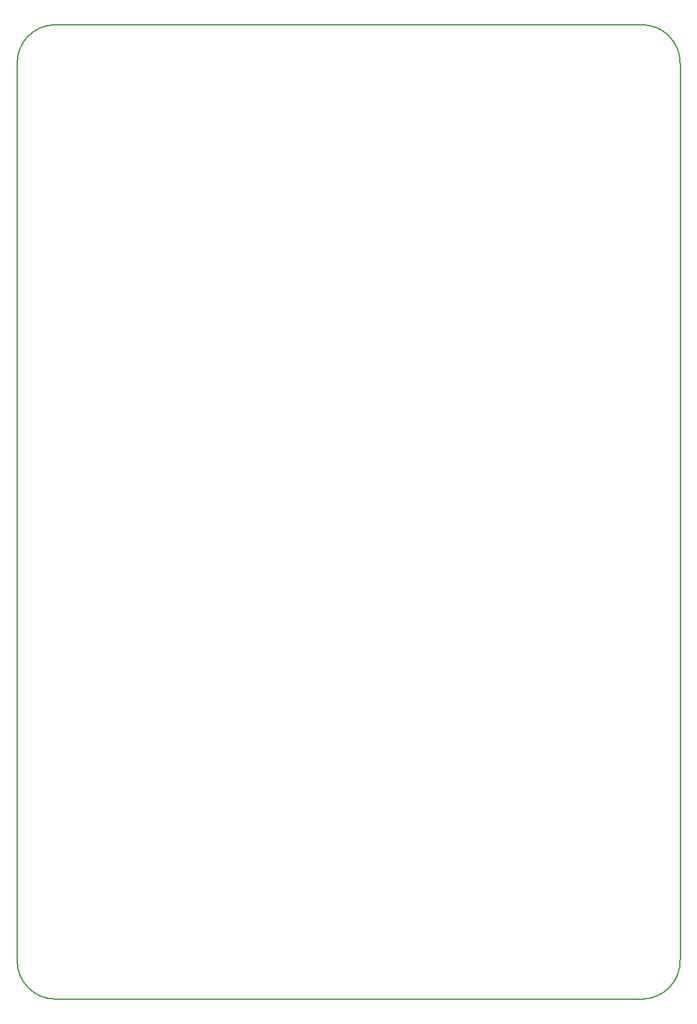
<source format=gbr>
G04 #@! TF.FileFunction,Profile,NP*
%FSLAX46Y46*%
G04 Gerber Fmt 4.6, Leading zero omitted, Abs format (unit mm)*
G04 Created by KiCad (PCBNEW 4.0.6) date 04/14/18 17:05:04*
%MOMM*%
%LPD*%
G01*
G04 APERTURE LIST*
%ADD10C,0.100000*%
%ADD11C,0.150000*%
G04 APERTURE END LIST*
D10*
D11*
X140462000Y-191770000D02*
X136017000Y-191770000D01*
X145415000Y-186563000D02*
X145415000Y-186055000D01*
X140462000Y-191770000D02*
G75*
G03X145415000Y-186563000I-127000J5080000D01*
G01*
X145415000Y-140970000D02*
X145415000Y-186055000D01*
X62230000Y-191770000D02*
X136017000Y-191770000D01*
X57150000Y-186690000D02*
X57150000Y-140970000D01*
X57150000Y-186690000D02*
G75*
G03X62230000Y-191770000I5080000J0D01*
G01*
X62230000Y-62230000D02*
G75*
G03X57150000Y-67310000I0J-5080000D01*
G01*
X145415000Y-67310000D02*
G75*
G03X140335000Y-62230000I-5080000J0D01*
G01*
X57150000Y-67310000D02*
X57150000Y-140970000D01*
X140335000Y-62230000D02*
X62230000Y-62230000D01*
X145415000Y-140970000D02*
X145415000Y-67310000D01*
M02*

</source>
